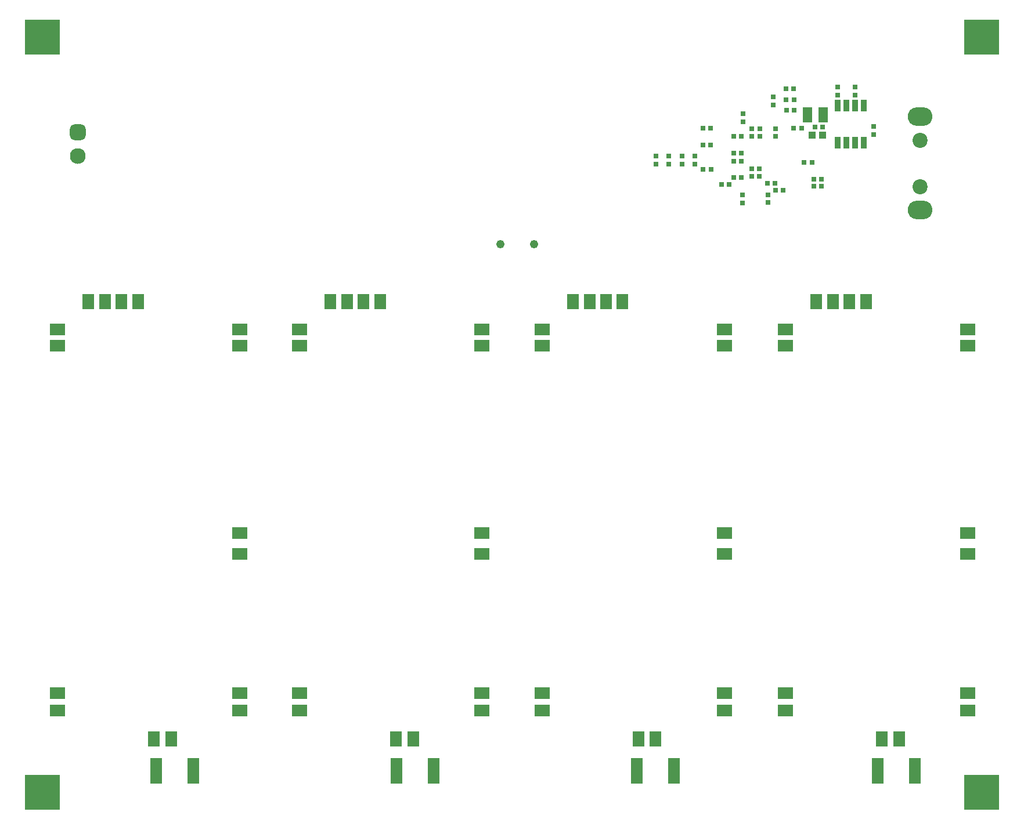
<source format=gbs>
G04*
G04 #@! TF.GenerationSoftware,Altium Limited,Altium Designer,22.11.1 (43)*
G04*
G04 Layer_Color=16711935*
%FSLAX25Y25*%
%MOIN*%
G70*
G04*
G04 #@! TF.SameCoordinates,C5D6164D-5D78-48BC-AB56-747E864F78F7*
G04*
G04*
G04 #@! TF.FilePolarity,Negative*
G04*
G01*
G75*
%ADD23R,0.06693X0.14567*%
%ADD26R,0.02953X0.02953*%
%ADD27R,0.02953X0.02953*%
%ADD35C,0.04842*%
G04:AMPARAMS|DCode=36|XSize=90.55mil|YSize=90.55mil|CornerRadius=24.61mil|HoleSize=0mil|Usage=FLASHONLY|Rotation=270.000|XOffset=0mil|YOffset=0mil|HoleType=Round|Shape=RoundedRectangle|*
%AMROUNDEDRECTD36*
21,1,0.09055,0.04134,0,0,270.0*
21,1,0.04134,0.09055,0,0,270.0*
1,1,0.04921,-0.02067,-0.02067*
1,1,0.04921,-0.02067,0.02067*
1,1,0.04921,0.02067,0.02067*
1,1,0.04921,0.02067,-0.02067*
%
%ADD36ROUNDEDRECTD36*%
%ADD37C,0.09055*%
%ADD38O,0.14173X0.10709*%
%ADD39C,0.08661*%
%ADD40R,0.20472X0.20472*%
%ADD79R,0.08661X0.06693*%
%ADD80R,0.06693X0.08661*%
%ADD81R,0.05276X0.08740*%
%ADD82R,0.03347X0.06791*%
%ADD83R,0.04134X0.04134*%
D23*
X64370Y11500D02*
D03*
X85630D02*
D03*
X478870D02*
D03*
X500130D02*
D03*
X340370D02*
D03*
X361630D02*
D03*
X202370D02*
D03*
X223630D02*
D03*
D26*
X426283Y391000D02*
D03*
X430883D02*
D03*
X419883Y349000D02*
D03*
X415283D02*
D03*
X430783Y397000D02*
D03*
X426183D02*
D03*
X430583Y403500D02*
D03*
X425983D02*
D03*
X400583Y376000D02*
D03*
X395983D02*
D03*
X400583Y366500D02*
D03*
X395983D02*
D03*
X400583Y361638D02*
D03*
X395983D02*
D03*
X400583Y352403D02*
D03*
X395983D02*
D03*
X388983Y348500D02*
D03*
X393583D02*
D03*
X441083Y361000D02*
D03*
X436483D02*
D03*
X378317Y380669D02*
D03*
X382917D02*
D03*
X378317Y371197D02*
D03*
X382917D02*
D03*
X378399Y357051D02*
D03*
X382999D02*
D03*
X435127Y380669D02*
D03*
X430527D02*
D03*
X419983Y345000D02*
D03*
X424583D02*
D03*
X446583Y351500D02*
D03*
X441983D02*
D03*
X446583Y347500D02*
D03*
X441983D02*
D03*
X442646Y381276D02*
D03*
X447246D02*
D03*
D27*
X351297Y364800D02*
D03*
Y360200D02*
D03*
X358706Y364800D02*
D03*
Y360200D02*
D03*
X366297Y364800D02*
D03*
Y360200D02*
D03*
X373783Y364800D02*
D03*
Y360200D02*
D03*
X455783Y404300D02*
D03*
Y399700D02*
D03*
X465783Y404300D02*
D03*
Y399700D02*
D03*
X476283Y381800D02*
D03*
Y377200D02*
D03*
X420261Y375922D02*
D03*
Y380522D02*
D03*
X411023Y375922D02*
D03*
Y380522D02*
D03*
X406283Y375922D02*
D03*
Y380522D02*
D03*
X410747Y357500D02*
D03*
Y352900D02*
D03*
X406283Y357500D02*
D03*
Y352900D02*
D03*
X415686Y337935D02*
D03*
Y342535D02*
D03*
X401145Y337660D02*
D03*
Y342260D02*
D03*
X418783Y398800D02*
D03*
Y394200D02*
D03*
X401514Y384526D02*
D03*
Y389126D02*
D03*
D35*
X262138Y314169D02*
D03*
X281350D02*
D03*
D36*
X19500Y378500D02*
D03*
D37*
Y364721D02*
D03*
D38*
X503200Y387272D02*
D03*
Y333729D02*
D03*
D39*
Y347114D02*
D03*
Y373886D02*
D03*
D40*
X-1000Y-1000D02*
D03*
X538500D02*
D03*
Y433000D02*
D03*
X-1000D02*
D03*
D79*
X112576Y255607D02*
D03*
Y148147D02*
D03*
Y265095D02*
D03*
X7723Y255583D02*
D03*
Y265071D02*
D03*
X112576Y46147D02*
D03*
Y56147D02*
D03*
X7723Y46147D02*
D03*
Y56071D02*
D03*
X112576Y136147D02*
D03*
X390833D02*
D03*
X285981Y56071D02*
D03*
Y46147D02*
D03*
X390833Y56147D02*
D03*
Y46147D02*
D03*
X285981Y265071D02*
D03*
Y255583D02*
D03*
X390833Y265095D02*
D03*
Y148147D02*
D03*
Y255607D02*
D03*
X530564Y136147D02*
D03*
X425712Y56071D02*
D03*
Y46147D02*
D03*
X530564Y56147D02*
D03*
Y46147D02*
D03*
X425712Y265071D02*
D03*
Y255583D02*
D03*
X530564Y265095D02*
D03*
Y148147D02*
D03*
Y255607D02*
D03*
X251576Y136147D02*
D03*
X146723Y56071D02*
D03*
Y46147D02*
D03*
X251576Y56147D02*
D03*
Y46147D02*
D03*
X146723Y265071D02*
D03*
Y255583D02*
D03*
X251576Y265095D02*
D03*
Y148147D02*
D03*
Y255607D02*
D03*
D80*
X25536Y281000D02*
D03*
X35024D02*
D03*
X44512D02*
D03*
X63029Y29650D02*
D03*
X72991D02*
D03*
X54000Y281000D02*
D03*
X332257D02*
D03*
X351249Y29650D02*
D03*
X341286D02*
D03*
X322769Y281000D02*
D03*
X313281D02*
D03*
X303793D02*
D03*
X471988D02*
D03*
X490979Y29650D02*
D03*
X481017D02*
D03*
X462500Y281000D02*
D03*
X453012D02*
D03*
X443524D02*
D03*
X193000D02*
D03*
X211991Y29650D02*
D03*
X202029D02*
D03*
X183512Y281000D02*
D03*
X174024D02*
D03*
X164536D02*
D03*
D81*
X447271Y388500D02*
D03*
X438295D02*
D03*
D82*
X470783Y372323D02*
D03*
X465783D02*
D03*
X460783D02*
D03*
X455783D02*
D03*
Y393677D02*
D03*
X460783D02*
D03*
X465783D02*
D03*
X470783D02*
D03*
D83*
X447199Y376796D02*
D03*
X441097D02*
D03*
M02*

</source>
